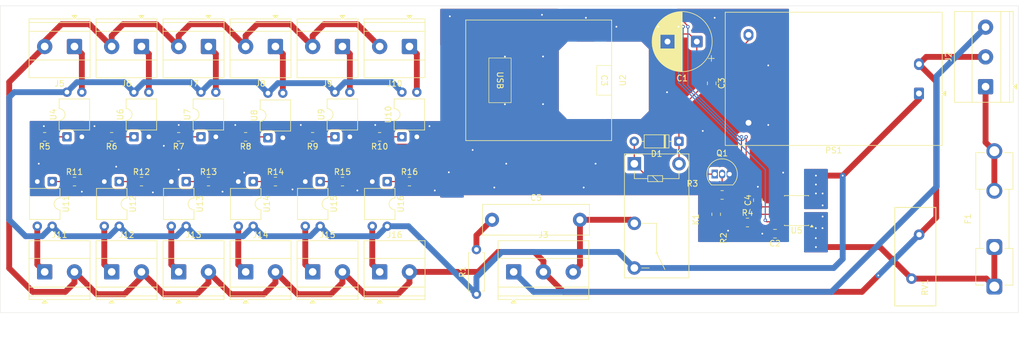
<source format=kicad_pcb>
(kicad_pcb (version 20241229) (generator "pcbnew") (generator_version "9.0")
  (layers (0 "F.Cu" signal) (2 "B.Cu" signal) (13 "F.Paste" user) (15 "B.Paste" user) (5 "F.SilkS" user "F.Silkscreen") (7 "B.SilkS" user "B.Silkscreen") (1 "F.Mask" user) (3 "B.Mask" user) (25 "Edge.Cuts" user))
  (net 0 "")
  (net 1 "GND")
  (net 2 "+5V")
  (net 3 "Net-(U5-FILTER)")
  (net 4 "POWER_L_MOTOR")
  (net 5 "Net-(D1-A)")
  (net 6 "POWER_L_MON")
  (net 7 "POWER_PE")
  (net 8 "POWER_L")
  (net 9 "POWER_N")
  (net 10 "/ETA_MATRIX/ETA1/POWER_L_ETA")
  (net 11 "/ETA_MATRIX/ETA2/POWER_L_ETA")
  (net 12 "/ETA_MATRIX/ETA3/POWER_L_ETA")
  (net 13 "/ETA_MATRIX/ETA4/POWER_L_ETA")
  (net 14 "/ETA_MATRIX/ETA5/POWER_L_ETA")
  (net 15 "/ETA_MATRIX/ETA6/POWER_L_ETA")
  (net 16 "/ETA_MATRIX/ETA7/POWER_L_ETA")
  (net 17 "/ETA_MATRIX/ETA8/POWER_L_ETA")
  (net 18 "/ETA_MATRIX/ETA9/POWER_L_ETA")
  (net 19 "/ETA_MATRIX/ETA10/POWER_L_ETA")
  (net 20 "/ETA_MATRIX/ETA11/POWER_L_ETA")
  (net 21 "/ETA_MATRIX/ETA12/POWER_L_ETA")
  (net 22 "Net-(Q1-B)")
  (net 23 "MOTOR_CTRL")
  (net 24 "ETA_L1")
  (net 25 "Net-(R5-Pad1)")
  (net 26 "Net-(R6-Pad1)")
  (net 27 "ETA_L2")
  (net 28 "Net-(R7-Pad1)")
  (net 29 "ETA_L3")
  (net 30 "Net-(R8-Pad1)")
  (net 31 "ETA_L4")
  (net 32 "ETA_L5")
  (net 33 "Net-(R9-Pad1)")
  (net 34 "ETA_L6")
  (net 35 "Net-(R10-Pad1)")
  (net 36 "Net-(R11-Pad1)")
  (net 37 "ETA_L7")
  (net 38 "Net-(R12-Pad1)")
  (net 39 "ETA_L8")
  (net 40 "Net-(R13-Pad1)")
  (net 41 "ETA_L9")
  (net 42 "Net-(R14-Pad1)")
  (net 43 "ETA_L10")
  (net 44 "Net-(R15-Pad1)")
  (net 45 "ETA_L11")
  (net 46 "ETA_L12")
  (net 47 "Net-(R16-Pad1)")
  (net 48 "CURRENT_MON")
  (net 51 "+3V3")
  (net 52 "POWER_SNUB_MOTOR")
  (net 53 "POWER_L_UNFUSED")
  (net 58 "Net-(U5-VIOUT)")
  (footprint "Resistor_SMD:R_0805_2012Metric_Pad1.20x1.40mm_HandSolder" (layer "F.Cu") (at 115.714935 95.6865)
    (property "Reference" "R16")
    (property "Value" "2K")
  )
  (footprint "Capacitor_THT:C_Rect_L18.0mm_W5.0mm_P15.00mm_FKS3_FKP3" (layer "F.Cu") (at 129.799935 102.209)
    (property "Reference" "C5")
    (property "Value" "0.1µF")
  )
  (footprint "Relay_THT:Relay_SPST_Omron-G5Q-1A" (layer "F.Cu") (at 154.078935 92.6535 -90)
    (property "Reference" "K1")
    (property "Value" "G5Q-1A")
  )
  (footprint "Custom Footprints:RV_Disc_D16.5mm_W6.7mm_P7.5mm with courtyard" (layer "F.Cu") (at 201.365 112.2465 90)
    (property "Reference" "RV1")
    (property "Value" "Varistor")
  )
  (footprint "Package_SO:SOIC-8_3.9x4.9mm_P1.27mm" (layer "F.Cu") (at 181.754935 100.6395 180)
    (property "Reference" "U5")
    (property "Value" "ACS725LLCTR-10AB-T")
  )
  (footprint "Resistor_SMD:R_0805_2012Metric_Pad1.20x1.40mm_HandSolder" (layer "F.Cu") (at 81.424935 95.6865)
    (property "Reference" "R13")
    (property "Value" "2K")
  )
  (footprint "Resistor_SMD:R_0805_2012Metric_Pad1.20x1.40mm_HandSolder" (layer "F.Cu") (at 58.564935 95.6865)
    (property "Reference" "R11")
    (property "Value" "2K")
  )
  (footprint "Resistor_SMD:R_0805_2012Metric_Pad1.20x1.40mm_HandSolder" (layer "F.Cu") (at 173.388935 102.6715)
    (property "Reference" "R4")
    (property "Value" "100")
  )
  (footprint "Package_DIP:DIP-4_W7.62mm" (layer "F.Cu") (at 80.139935 88.055739 90)
    (property "Reference" "U7")
    (property "Value" "AQY214EH")
  )
  (footprint "TerminalBlock_Phoenix:TerminalBlock_Phoenix_MKDS-1,5-2-5.08_1x02_P5.08mm_Horizontal" (layer "F.Cu") (at 58.559935 72.648239 180)
    (property "Reference" "J5")
    (property "Value" "Screw_Terminal_01x02")
  )
  (footprint "Resistor_SMD:R_0805_2012Metric_Pad1.20x1.40mm_HandSolder" (layer "F.Cu") (at 99.194935 88.060739 180)
    (property "Reference" "R9")
    (property "Value" "2K")
  )
  (footprint "Resistor_SMD:R_0805_2012Metric_Pad1.20x1.40mm_HandSolder" (layer "F.Cu") (at 69.994935 95.6865)
    (property "Reference" "R12")
    (property "Value" "2K")
  )
  (footprint "Capacitor_THT:CP_Radial_D10.0mm_P5.00mm" (layer "F.Cu") (at 164.736935 71.8105 180)
    (property "Reference" "C1")
    (property "Value" "1000µF")
  )
  (footprint "Resistor_SMD:R_0805_2012Metric_Pad1.20x1.40mm_HandSolder" (layer "F.Cu") (at 169.054935 97.9725 180)
    (property "Reference" "R3")
    (property "Value" "100K")
  )
  (footprint "Package_DIP:DIP-4_W7.62mm" (layer "F.Cu") (at 66.189935 95.6915 -90)
    (property "Reference" "U12")
    (property "Value" "AQY214EH")
  )
  (footprint "Package_DIP:DIP-4_W7.62mm" (layer "F.Cu") (at 114.429935 88.055739 90)
    (property "Reference" "U10")
    (property "Value" "AQY214EH")
  )
  (footprint "Package_DIP:DIP-4_W7.62mm" (layer "F.Cu") (at 102.999935 88.055739 90)
    (property "Reference" "U9")
    (property "Value" "AQY214EH")
  )
  (footprint "Resistor_THT:R_Axial_DIN0207_L6.3mm_D2.5mm_P7.62mm_Horizontal" (layer "F.Cu") (at 127.139935 114.909 90)
    (property "Reference" "R1")
    (property "Value" "100")
  )
  (footprint "TerminalBlock_Phoenix:TerminalBlock_Phoenix_MKDS-1,5-2-5.08_1x02_P5.08mm_Horizontal" (layer "F.Cu") (at 115.709935 72.648239 180)
    (property "Reference" "J10")
    (property "Value" "Screw_Terminal_01x02")
  )
  (footprint "Package_DIP:DIP-4_W7.62mm" (layer "F.Cu") (at 54.759935 95.6915 -90)
    (property "Reference" "U11")
    (property "Value" "AQY214EH")
  )
  (footprint "Diode_THT:D_DO-35_SOD27_P7.62mm_Horizontal" (layer "F.Cu") (at 161.688935 88.8285 180)
    (property "Reference" "D1")
    (property "Value" "1N4007")
  )
  (footprint "TerminalBlock_Phoenix:TerminalBlock_Phoenix_MKDS-1,5-2-5.08_1x02_P5.08mm_Horizontal" (layer "F.Cu") (at 87.769935 111.099)
    (property "Reference" "J14")
    (property "Value" "Screw_Terminal_01x02")
  )
  (footprint "Resistor_SMD:R_0805_2012Metric_Pad1.20x1.40mm_HandSolder" (layer "F.Cu") (at 104.284935 95.6865)
    (property "Reference" "R15")
    (property "Value" "2K")
  )
  (footprint "Package_DIP:DIP-4_W7.62mm" (layer "F.Cu") (at 100.479935 95.6915 -90)
    (property "Reference" "U15")
    (property "Value" "AQY214EH")
  )
  (footprint "Package_DIP:DIP-4_W7.62mm" (layer "F.Cu") (at 111.909935 95.6915 -90)
    (property "Reference" "U16")
    (property "Value" "AQY214EH")
  )
  (footprint "TerminalBlock_Phoenix:TerminalBlock_Phoenix_MKDS-1,5-2-5.08_1x02_P5.08mm_Horizontal" (layer "F.Cu") (at 76.339935 111.099)
    (property "Reference" "J13")
    (property "Value" "Screw_Terminal_01x02")
  )
  (footprint "TerminalBlock_Phoenix:TerminalBlock_Phoenix_MKDS-1,5-2-5.08_1x02_P5.08mm_Horizontal" (layer "F.Cu") (at 110.629935 111.099)
    (property "Reference" "J16")
    (property "Value" "Screw_Terminal_01x02")
  )
  (footprint "Package_TO_SOT_THT:TO-92_Inline" (layer "F.Cu") (at 167.784935 94.4165)
    (property "Reference" "Q1")
    (property "Value" "BC337")
  )
  (footprint "TerminalBlock_Phoenix:TerminalBlock_Phoenix_MKDS-1,5-2-5.08_1x02_P5.08mm_Horizontal" (layer "F.Cu") (at 53.479935 111.099)
    (property "Reference" "J11")
    (property "Value" "Screw_Terminal_01x02")
  )
  (footprint "TerminalBlock_Phoenix:TerminalBlock_Phoenix_MKDS-1,5-2-5.08_1x02_P5.08mm_Horizontal" (layer "F.Cu") (at 81.419935 72.648239 180)
    (property "Reference" "J7")
    (property "Value" "Screw_Terminal_01x02")
  )
  (footprint "Resistor_SMD:R_0805_2012Metric_Pad1.20x1.40mm_HandSolder" (layer "F.Cu") (at 168.038935 101.2745 -90)
    (property "Reference" "R2")
    (property "Value" "560")
  )
  (footprint "Custom Footprints:Waveshare_ESP32-S3-Tiny_SMD" (layer "F.Cu") (at 148.302935 70.797484 -90)
    (property "Reference" "U2")
    (property "Value" "Waveshare_ESP32-S3-Tiny")
  )
  (footprint "Converter_ACDC:Converter_ACDC_Hi-Link_HLK-PMxx" (layer "F.Cu") (at 202.635658 80.6605 180)
    (property "Reference" "PS1")
    (property "Value" "HLK-PM01")
  )
  (footprint "Resistor_SMD:R_0805_2012Metric_Pad1.20x1.40mm_HandSolder" (layer "F.Cu") (at 76.334935 88.060739 180)
    (property "Reference" "R7")
    (property "Value" "2K")
  )
  (footprint "Capacitor_SMD:C_0805_2012Metric_Pad1.18x1.45mm_HandSolder" (layer "F.Cu") (at 178.071935 104.5765 180)
    (property "Reference" "C2")
    (property "Value" "0.1µF")
  )
  (footprint "TerminalBlock_Phoenix:TerminalBlock_Phoenix_MKDS-1,5-3-5.08_1x03_P5.08mm_Horizontal" (layer "F.Cu") (at 214 79.5 90)
    (property "Reference" "J2")
    (property "Value" "Screw_Terminal_01x03")
  )
  (footprint "TerminalBlock_Phoenix:TerminalBlock_Phoenix_MKDS-1,5-2-5.08_1x02_P5.08mm_Horizontal" (layer "F.Cu") (at 64.909935 111.099)
    (property "Reference" "J12")
    (property "Value" "Screw_Terminal_01x02")
  )
  (footprint "TerminalBlock_Phoenix:TerminalBlock_Phoenix_MKDS-1,5-2-5.08_1x02_P5.08mm_Horizontal" (layer "F.Cu") (at 69.989935 72.648239 180)
    (property "Reference" "J6")
    (property "Value" "Screw_Terminal_01x02")
  )
  (footprint "Package_DIP:DIP-4_W7.62mm" (layer "F.Cu") (at 57.279935 88.055739 90)
    (property "Reference" "U4")
    (property "Value" "AQY214EH")
  )
  (footprint "Capacitor_SMD:C_0805_2012Metric_Pad1.18x1.45mm_HandSolder" (layer "F.Cu") (at 167.276935 78.9225 -90)
    (property "Reference" "C3")
    (property "Value" "0.1µF")
  )
  (footprint "TerminalBlock_Phoenix:TerminalBlock_Phoenix_MKDS-1,5-2-5.08_1x02_P5.08mm_Horizontal" (layer "F.Cu") (at 92.844935 72.648239 180)
    (property "Reference" "J8")
    (property "Value" "Screw_Terminal_01x02")
  )
  (footprint "Package_DIP:DIP-4_W7.62mm" (layer "F.Cu") (at 77.619935 95.6915 -90)
    (property "Reference" "U13")
    (property "Value" "AQY214EH")
  )
  (footprint "Resistor_SMD:R_0805_2012Metric_Pad1.20x1.40mm_HandSolder" (layer "F.Cu") (at 110.624935 88.060739 180)
    (property "Reference" "R10")
    (property "Value" "2K")
  )
  (footprint "Package_DIP:DIP-4_W7.62mm" (layer "F.Cu") (at 91.569935 88.223239 90)
    (property "Reference" "U8")
    (property "Value" "AQY214EH")
  )
  (footprint "Package_DIP:DIP-4_W7.62mm" (layer "F.Cu") (at 68.709935 88.055739 90)
    (property "Reference" "U6")
    (property "Value" "AQY214EH")
  )
  (footprint "Resistor_SMD:R_0805_2012Metric_Pad1.20x1.40mm_HandSolder" (layer "F.Cu") (at 92.854935 95.6865)
    (property "Reference" "R14")
    (property "Value" "2K")
  )
  (footprint "Fuse:Fuseholder_Clip-5x20mm_Keystone_3517_Inline_P23.11x6.76mm_D1.70mm_Horizontal" (layer "F.Cu") (at 215.5 113.61 90)
    (property "Reference" "F1")
    (property "Value" "Fuse" (hide yes))
  )
  (footprint "Resistor_SMD:R_0805_2012Metric_Pad1.20x1.40mm_HandSolder" (layer "F.Cu") (at 87.764935 88.060739 180)
    (property "Reference" "R8")
    (property "Value" "2K")
  )
  (footprint "TerminalBlock_Phoenix:TerminalBlock_Phoenix_MKDS-1,5-2-5.08_1x02_P5.08mm_Horizontal" (layer "F.Cu") (at 99.199935 111.099)
    (property "Reference" "J15")
    (property "Value" "Screw_Terminal_01x02")
  )
  (footprint "TerminalBlock_Phoenix:TerminalBlock_Phoenix_MKDS-1,5-3-5.08_1x03_P5.08mm_Horizontal" (layer "F.Cu") (at 133.489935 111.099)
    (property "Reference" "J3")
    (property "Value" "Screw_Terminal_01x03")
  )
  (footprint "Capacitor_SMD:C_0805_2012Metric_Pad1.18x1.45mm_HandSolder" (layer "F.Cu") (at 175.150935 98.8615 90)
    (property "Reference" "C4")
    (property "Value" "1nF")
  )
  (footprint "Package_DIP:DIP-4_W7.62mm" (layer "F.Cu") (at 89.049935 95.6915 -90)
    (property "Reference" "U14")
    (property "Value" "AQY214EH")
  )
  (footprint "TerminalBlock_Phoenix:TerminalBlock_Phoenix_MKDS-1,5-2-5.08_1x02_P5.08mm_Horizontal" (layer "F.Cu") (at 104.279935 72.648239 180)
    (property "Reference" "J9")
    (property "Value" "Screw_Terminal_01x02")
  )
  (footprint "Resistor_SMD:R_0805_2012Metric_Pad1.20x1.40mm_HandSolder" (layer "F.Cu") (at 53.474935 88.060739 180)
    (property "Reference" "R5")
    (property "Value" "2K")
  )
  (footprint "Resistor_SMD:R_0805_2012Metric_Pad1.20x1.40mm_HandSolder" (layer "F.Cu") (at 64.904935 88.060739 180)
    (property "Reference" "R6")
    (property "Value" "2K")
  )
  (gr_rect (start 45.880935 65.7145) (end 219.600935 118.0385) (stroke (width 0.05)) (fill no) (layer "Edge.Cuts"))
  (segment (start 145.813935 67.7465) (end 145.813935 70.746484) (width 0.2) (layer "F.Cu") (net 1))
  (segment (start 145.813935 70.746484) (end 145.762935 70.797484) (width 0.2) (layer "F.Cu") (net 1))
  (via (at 109.872935 86.0345) (size 0.6) (drill 0.3) (layers "F.Cu" "B.Cu") (net 1))
  (via (at 175.150935 96.5755) (size 0.6) (drill 0.3) (layers "F.Cu" "B.Cu") (net 1))
  (via (at 132.224935 92.6385) (size 0.6) (drill 0.3) (layers "F.Cu" "B.Cu") (net 1))
  (via (at 159.656935 80.4465) (size 0.6) (drill 0.3) (layers "F.Cu" "B.Cu") (net 1))
  (via (at 138.5 74.3505) (size 0.6) (drill 0.3) (layers "F.Cu" "B.Cu") (net 1))
  (via (at 119.126 86.233) (size 0.6) (drill 0.3) (layers "F.Cu" "B.Cu") (net 1))
  (via (at 138.5 82.4785) (size 0.6) (drill 0.3) (layers "F.Cu" "B.Cu") (net 1))
  (via (at 52.468935 92.6385) (size 0.6) (drill 0.3) (layers "F.Cu" "B.Cu") (net 1))
  (via (at 106.824935 97.2105) (size 0.6) (drill 0.3) (layers "F.Cu" "B.Cu") (net 1))
  (via (at 61.976 86.233) (size 0.6) (drill 0.3) (layers "F.Cu" "B.Cu") (net 1))
  (via (at 179.468935 94.1625) (size 0.6) (drill 0.3) (layers "F.Cu" "B.Cu") (net 1))
  (via (at 120.032935 97.2105) (size 0.6) (drill 0.3) (layers "F.Cu" "B.Cu") (net 1))
  (via (at 138.320935 67.2385) (size 0.6) (drill 0.3) (layers "F.Cu" "B.Cu") (net 1))
  (via (at 132 82.5) (size 0.6) (drill 0.3) (layers "F.Cu" "B.Cu") (net 1))
  (via (at 76.344935 86.0345) (size 0.6) (drill 0.3) (layers "F.Cu" "B.Cu") (net 1))
  (via (at 76.344935 93.6545) (size 0.6) (drill 0.3) (layers "F.Cu" "B.Cu") (net 1))
  (via (at 73.804935 89.5905) (size 0.6) (drill 0.3) (layers "F.Cu" "B.Cu") (net 1))
  (via (at 85.996935 86.0345) (size 0.6) (drill 0.3) (layers "F.Cu" "B.Cu") (net 1))
  (via (at 71.940867 97.535357) (size 0.6) (drill 0.3) (layers "F.Cu" "B.Cu") (net 1))
  (via (at 126.492 90.297) (size 0.6) (drill 0.3) (layers "F.Cu" "B.Cu") (net 1))
  (via (at 53.34 86.233) (size 0.6) (drill 0.3) (layers "F.Cu" "B.Cu") (net 1))
  (via (at 65.676935 93.1465) (size 0.6) (drill 0.3) (layers "F.Cu" "B.Cu") (net 1))
  (via (at 97.172935 86.0345) (size 0.6) (drill 0.3) (layers "F.Cu" "B.Cu") (net 1))
  (via (at 130.192935 96.7025) (size 0.6) (drill 0.3) (layers "F.Cu" "B.Cu") (net 1))
  (via (at 122.428 94.107) (size 0.6) (drill 0.3) (layers "F.Cu" "B.Cu") (net 1))
  (via (at 165.752935 87.0505) (size 0.6) (drill 0.3) (layers "F.Cu" "B.Cu") (net 1))
  (via (at 158.132935 69.2705) (size 0.6) (drill 0.3) (layers "F.Cu" "B.Cu") (net 1))
  (via (at 59.817 97.409) (size 0.6) (drill 0.3) (layers "F.Cu" "B.Cu") (net 1))
  (via (at 175.912935 104.5765) (size 0.6) (drill 0.3) (layers "F.Cu" "B.Cu") (net 1))
  (via (at 83.82 97.409) (size 0.6) (drill 0.3) (layers "F.Cu" "B.Cu") (net 1))
  (via (at 122.6 67.5) (size 0.6) (drill 0.3) (layers "F.Cu" "B.Cu") (net 1))
  (via (at 167.784935 67.7465) (size 0.6) (drill 0.3) (layers "F.Cu" "B.Cu") (net 1))
  (via (at 170.070935 104.0685) (size 0.6) (drill 0.3) (layers "F.Cu" "B.Cu") (net 1))
  (via (at 95.758 97.028) (size 0.6) (drill 0.3) (layers "F.Cu" "B.Cu") (net 1))
  (via (at 132 74.372) (size 0.6) (drill 0.3) (layers "F.Cu" "B.Cu") (net 1))
  (via (at 176.928935 86.0345) (size 0.6) (drill 0.3) (layers "F.Cu" "B.Cu") (net 1))
  (via (at 147.464935 92.6385) (size 0.6) (drill 0.3) (layers "F.Cu" "B.Cu") (net 1))
  (via (at 87.520935 94.1625) (size 0.6) (drill 0.3) (layers "F.Cu" "B.Cu") (net 1))
  (via (at 151.020935 69.2705) (size 0.6) (drill 0.3) (layers "F.Cu" "B.Cu") (net 1))
  (via (at 145.813935 67.7465) (size 0.6) (drill 0.3) (layers "F.Cu" "B.Cu") (net 1))
  (via (at 176.928935 75.8745) (size 0.6) (drill 0.3) (layers "F.Cu" "B.Cu") (net 1))
  (via (at 145.432935 96.7025) (size 0.6) (drill 0.3) (layers "F.Cu" "B.Cu") (net 1))
  (segment (start 176.554935 85.6605) (end 176.928935 86.0345) (width 0.2) (layer "B.Cu") (net 1))
  (segment (start 173.555658 85.6605) (end 176.554935 85.6605) (width 0.2) (layer "B.Cu") (net 1))
  (segment (start 173.555658 70.6605) (end 173.506935 70.6605) (width 0.2) (layer "F.Cu") (net 2))
  (segment (start 173.555658 70.6605) (end 173.555658 71.606277) (width 0.2) (layer "F.Cu") (net 2))
  (segment (start 161.688935 88.8285) (end 161.688935 83.473) (width 0.2) (layer "F.Cu") (net 2))
  (segment (start 164.736935 75.345) (end 167.276935 77.885) (width 0.2) (layer "F.Cu") (net 2))
  (segment (start 161.698935 92.6535) (end 161.698935 88.8385) (width 0.2) (layer "F.Cu") (net 2))
  (segment (start 148.302935 70.797484) (end 148.590919 70.5095) (width 0.2) (layer "F.Cu") (net 2))
  (segment (start 161.698935 88.8385) (end 161.688935 88.8285) (width 0.2) (layer "F.Cu") (net 2))
  (segment (start 148.590919 70.5095) (end 163.435935 70.5095) (width 0.2) (layer "F.Cu") (net 2))
  (segment (start 164.736935 71.8105) (end 164.736935 75.345) (width 0.2) (layer "F.Cu") (net 2))
  (segment (start 163.435935 70.5095) (end 164.736935 71.8105) (width 0.2) (layer "F.Cu") (net 2))
  (segment (start 161.688935 83.473) (end 167.276935 77.885) (width 0.2) (layer "F.Cu") (net 2))
  (segment (start 173.555658 71.606277) (end 167.276935 77.885) (width 0.2) (layer "F.Cu") (net 2))
  (segment (start 175.256435 100.0045) (end 175.150935 99.899) (width 0.2) (layer "F.Cu") (net 3))
  (segment (start 179.279935 100.0045) (end 175.256435 100.0045) (width 0.2) (layer "F.Cu") (net 3))
  (segment (start 144.799935 109.949) (end 143.649935 111.099) (width 1) (layer "F.Cu") (net 4))
  (segment (start 144.799935 102.209) (end 153.474435 102.209) (width 1) (layer "F.Cu") (net 4))
  (segment (start 153.474435 102.209) (end 154.078935 102.8135) (width 1) (layer "F.Cu") (net 4))
  (segment (start 144.799935 102.209) (end 144.799935 109.949) (width 1) (layer "F.Cu") (net 4))
  (segment (start 154.068935 92.6435) (end 154.078935 92.6535) (width 0.2) (layer "F.Cu") (net 5))
  (segment (start 154.068935 88.8285) (end 154.068935 92.6435) (width 0.2) (layer "F.Cu") (net 5))
  (segment (start 154.078935 92.6535) (end 155.841935 94.4165) (width 0.2) (layer "F.Cu") (net 5))
  (segment (start 155.841935 94.4165) (end 167.784935 94.4165) (width 0.2) (layer "F.Cu") (net 5))
  (segment (start 202.635658 81.663777) (end 189.628935 94.6705) (width 1) (layer "F.Cu") (net 6))
  (segment (start 185.056935 94.6705) (end 189.628935 94.6705) (width 1) (layer "F.Cu") (net 6))
  (segment (start 202.635658 80.6605) (end 202.635658 81.663777) (width 1) (layer "F.Cu") (net 6))
  (via (at 185.056935 96.1945) (size 0.6) (drill 0.3) (layers "F.Cu" "B.Cu") (net 6))
  (via (at 189.628935 94.6705) (size 0.6) (drill 0.3) (layers "F.Cu" "B.Cu") (net 6))
  (via (at 185.056935 94.6705) (size 0.6) (drill 0.3) (layers "F.Cu" "B.Cu") (net 6))
  (via (at 185.056935 97.7185) (size 0.6) (drill 0.3) (layers "F.Cu" "B.Cu") (net 6))
  (via (at 186.199935 99.7505) (size 0.6) (drill 0.3) (layers "F.Cu" "B.Cu") (net 6))
  (via (at 186.199935 97.7185) (size 0.6) (drill 0.3) (layers "F.Cu" "B.Cu") (net 6))
  (segment (start 64.488935 105.0125) (end 56.460935 105.0125) (width 1) (layer "B.Cu") (net 6))
  (segment (start 47.426 81.298978) (end 47.426 102.214022) (width 1) (layer "B.Cu") (net 6))
  (segment (start 90.750935 105.0125) (end 89.049935 103.3115) (width 1) (layer "B.Cu") (net 6))
  (segment (start 127.139935 114.909) (end 115.542435 103.3115) (width 1) (layer "B.Cu") (net 6))
  (segment (start 189.628935 94.6705) (end 189.628935 108.8945) (width 1) (layer "B.Cu") (net 6))
  (segment (start 57.279935 80.435739) (end 58.980935 78.734739) (width 1) (layer "B.Cu") (net 6))
  (segment (start 57.279935 80.435739) (end 48.289239 80.435739) (width 1) (layer "B.Cu") (net 6))
  (segment (start 131.459191 107.698) (end 127.139935 112.017256) (width 1) (layer "B.Cu") (net 6))
  (segment (start 127.139935 112.017256) (end 127.139935 114.909) (width 1) (layer "B.Cu") (net 6))
  (segment (start 67.890935 105.0125) (end 66.189935 103.3115) (width 1) (layer "B.Cu") (net 6))
  (segment (start 50.224478 105.0125) (end 53.058935 105.0125) (width 1) (layer "B.Cu") (net 6))
  (segment (start 58.980935 78.734739) (end 67.008935 78.734739) (width 1) (layer "B.Cu") (net 6))
  (segment (start 100.479935 103.3115) (end 98.778935 105.0125) (width 1) (layer "B.Cu") (net 6))
  (segment (start 75.918935 105.0125) (end 67.890935 105.0125) (width 1) (layer "B.Cu") (net 6))
  (segment (start 91.569935 80.603239) (end 93.270935 78.902239) (width 1) (layer "B.Cu") (net 6))
  (segment (start 101.466435 78.902239) (end 102.999935 80.435739) (width 1) (layer "B.Cu") (net 6))
  (segment (start 102.180935 105.0125) (end 100.479935 103.3115) (width 1) (layer "B.Cu") (net 6))
  (segment (start 80.139935 80.435739) (end 81.840935 78.734739) (width 1) (layer "B.Cu") (net 6))
  (segment (start 77.619935 103.3115) (end 75.918935 105.0125) (width 1) (layer "B.Cu") (net 6))
  (segment (start 89.049935 103.3115) (end 87.348935 105.0125) (width 1) (layer "B.Cu") (net 6))
  (segment (start 53.058935 105.0125) (end 54.759935 103.3115) (width 1) (layer "B.Cu") (net 6))
  (segment (start 154.078935 110.4335) (end 151.343435 107.698) (width 1) (layer "B.Cu") (net 6))
  (segment (start 188.089935 110.4335) (end 154.078935 110.4335) (width 1) (layer "B.Cu") (net 6))
  (segment (start 79.320935 105.0125) (end 77.619935 103.3115) (width 1) (layer "B.Cu") (net 6))
  (segment (start 151.343435 107.698) (end 131.459191 107.698) (width 1) (layer "B.Cu") (net 6))
  (segment (start 66.189935 103.3115) (end 64.488935 105.0125) (width 1) (layer "B.Cu") (net 6))
  (segment (start 89.701435 78.734739) (end 91.569935 80.603239) (width 1) (layer "B.Cu") (net 6))
  (segment (start 48.289239 80.435739) (end 47.426 81.298978) (width 1) (layer "B.Cu") (net 6))
  (segment (start 67.008935 78.734739) (end 68.709935 80.435739) (width 1) (layer "B.Cu") (net 6))
  (segment (start 104.700935 78.734739) (end 112.728935 78.734739) (width 1) (layer "B.Cu") (net 6))
  (segment (start 81.840935 78.734739) (end 89.701435 78.734739) (width 1) (layer "B.Cu") (net 6))
  (segment (start 98.778935 105.0125) (end 90.750935 105.0125) (width 1) (layer "B.Cu") (net 6))
  (segment (start 110.208935 105.0125) (end 102.180935 105.0125) (width 1) (layer "B.Cu") (net 6))
  (segment (start 189.628935 108.8945) (end 188.089935 110.4335) (width 1) (layer "B.Cu") (net 6))
  (segment (start 47.426 102.214022) (end 50.224478 105.0125) (width 1) (layer "B.Cu") (net 6))
  (segment (start 102.999935 80.435739) (end 104.700935 78.734739) (width 1) (layer "B.Cu") (net 6))
  (segment (start 115.542435 103.3115) (end 111.909935 103.3115) (width 1) (layer "B.Cu") (net 6))
  (segment (start 70.410935 78.734739) (end 78.438935 78.734739) (width 1) (layer "B.Cu") (net 6))
  (segment (start 68.709935 80.435739) (end 70.410935 78.734739) (width 1) (layer "B.Cu") (net 6))
  (segment (start 78.438935 78.734739) (end 80.139935 80.435739) (width 1) (layer "B.Cu") (net 6))
  (segment (start 87.348935 105.0125) (end 79.320935 105.0125) (width 1) (layer "B.Cu") (net 6))
  (segment (start 56.460935 105.0125) (end 54.759935 103.3115) (width 1) (layer "B.Cu") (net 6))
  (segment (start 112.728935 78.734739) (end 114.429935 80.435739) (width 1) (layer "B.Cu") (net 6))
  (segment (start 93.270935 78.902239) (end 101.466435 78.902239) (width 1) (layer "B.Cu") (net 6))
  (segment (start 111.909935 103.3115) (end 110.208935 105.0125) (width 1) (layer "B.Cu") (net 6))
  (segment (start 187.701804 114.5) (end 136.890935 114.5) (width 1) (layer "B.Cu") (net 7))
  (segment (start 205.666 96.535804) (end 187.701804 114.5) (width 1) (layer "B.Cu") (net 7))
  (segment (start 205.666 77.674) (end 205.666 96.535804) (width 1) (layer "B.Cu") (net 7))
  (segment (start 136.890935 114.5) (end 133.489935 111.099) (width 1) (layer "B.Cu") (net 7))
  (segment (start 214 69.34) (end 205.666 77.674) (width 1) (layer "B.Cu") (net 7))
  (segment (start 214.1365 112.2465) (end 215.5 113.61) (width 1) (layer "F.Cu") (net 8))
  (segment (start 185.056935 106.8625) (end 195.981 106.8625) (width 1) (layer "F.Cu") (net 8))
  (segment (start 215.5 106.85) (end 215.5 113.61) (width 1) (layer "F.Cu") (net 8))
  (segment (start 195.981 106.8625) (end 201.365 112.2465) (width 1) (layer "F.Cu") (net 8))
  (segment (start 201.365 112.2465) (end 214.1365 112.2465) (width 1) (layer "F.Cu") (net 8))
  (via (at 185.039 103.632) (size 0.6) (drill 0.3) (layers "F.Cu" "B.Cu") (net 8))
  (via (at 185.056935 106.8625) (size 0.6) (drill 0.3) (layers "F.Cu" "B.Cu") (net 8))
  (via (at 186.199935 101.6555) (size 0.6) (drill 0.3) (layers "F.Cu" "B.Cu") (net 8))
  (via (at 186.182 103.632) (size 0.6) (drill 0.3) (layers "F.Cu" "B.Cu") (net 8))
  (via (at 185.039 105.3385) (size 0.6) (drill 0.3) (layers "F.Cu" "B.Cu") (net 8))
  (segment (start 205.586658 101.824842) (end 202.665 104.7465) (width 1) (layer "F.Cu") (net 9))
  (segment (start 62.360935 114.9) (end 67.106365 114.9) (width 1) (layer "F.Cu") (net 9))
  (segment (start 69.989935 112.01643) (end 69.989935 111.099) (width 1) (layer "F.Cu") (net 9))
  (segment (start 76.339935 70.809762) (end 76.339935 72.648239) (width 1) (layer "F.Cu") (net 9))
  (segment (start 53.479935 72.648239) (end 53.479935 71.730809) (width 1) (layer "F.Cu") (net 9))
  (segment (start 78.302458 68.847239) (end 76.339935 70.809762) (width 1) (layer "F.Cu") (net 9))
  (segment (start 115.709935 112.937477) (end 115.709935 111.099) (width 1) (layer "F.Cu") (net 9))
  (segment (start 83.963935 68.847239) (end 78.302458 68.847239) (width 1) (layer "F.Cu") (net 9))
  (segment (start 195.70575 111.70575) (end 192.9115 114.5) (width 1) (layer "F.Cu") (net 9))
  (segment (start 102.317412 114.9) (end 104.279935 112.937477) (width 1) (layer "F.Cu") (net 9))
  (segment (start 127.432569 111.099) (end 115.709935 111.099) (width 1) (layer "F.Cu") (net 9))
  (segment (start 130.833569 107.698) (end 127.432569 111.099) (width 1) (layer "F.Cu") (net 9))
  (segment (start 92.849935 111.099) (end 96.650935 114.9) (width 1) (layer "F.Cu") (net 9))
  (segment (start 141.970935 114.5) (end 138.569935 111.099) (width 1) (layer "F.Cu") (net 9))
  (segment (start 81.419935 111.099) (end 85.220935 114.9) (width 1) (layer "F.Cu") (net 9))
  (segment (start 87.764935 72.648239) (end 87.764935 70.809762) (width 1) (layer "F.Cu") (net 9))
  (segment (start 64.909935 72.648239) (end 64.909935 70.809762) (width 1) (layer "F.Cu") (net 9))
  (segment (start 56.997412 114.5) (end 51.449191 114.5) (width 1) (layer "F.Cu") (net 9))
  (segment (start 72.538935 68.847239) (end 76.339935 72.648239) (width 1) (layer "F.Cu") (net 9))
  (segment (start 205.586658 78.6115) (end 205.586658 101.824842) (width 1) (layer "F.Cu") (net 9))
  (segment (start 89.727458 68.847239) (end 95.398935 68.847239) (width 1) (layer "F.Cu") (net 9))
  (segment (start 99.199935 72.648239) (end 99.199935 70.809762) (width 1) (layer "F.Cu") (net 9))
  (segment (start 113.747412 114.9) (end 115.709935 112.937477) (width 1) (layer "F.Cu") (net 9))
  (segment (start 58.559935 111.099) (end 58.559935 112.937477) (width 1) (layer "F.Cu") (net 9))
  (segment (start 58.559935 112.937477) (end 56.997412 114.5) (width 1) (layer "F.Cu") (net 9))
  (segment (start 53.479935 71.730809) (end 56.363505 68.847239) (width 1) (layer "F.Cu") (net 9))
  (segment (start 95.398935 68.847239) (end 99.199935 72.648239) (width 1) (layer "F.Cu") (net 9))
  (segment (start 61.108935 68.847239) (end 64.909935 72.648239) (width 1) (layer "F.Cu") (net 9))
  (segment (start 104.279935 112.937477) (end 104.279935 111.099) (width 1) (layer "F.Cu") (net 9))
  (segment (start 69.989935 111.099) (end 73.790935 114.9) (width 1) (layer "F.Cu") (net 9))
  (segment (start 81.419935 112.937477) (end 81.419935 111.099) (width 1) (layer "F.Cu") (net 9))
  (segment (start 137.007412 107.698) (end 130.833569 107.698) (width 1) (layer "F.Cu") (net 9))
  (segment (start 56.363505 68.847239) (end 61.108935 68.847239) (width 1) (layer "F.Cu") (net 9))
  (segment (start 87.764935 70.809762) (end 89.727458 68.847239) (width 1) (layer "F.Cu") (net 9))
  (segment (start 51.449191 114.5) (end 47.426 110.476809) (width 1) (layer "F.Cu") (net 9))
  (segment (start 203.876158 74.42) (end 202.635658 75.6605) (width 1) (layer "F.Cu") (net 9))
  (segment (start 47.426 110.476809) (end 47.426 78.702174) (width 1) (layer "F.Cu") (net 9))
  (segment (start 87.764935 72.648239) (end 83.963935 68.847239) (width 1) (layer "F.Cu") (net 9))
  (segment (start 138.569935 109.260523) (end 137.007412 107.698) (width 1) (layer "F.Cu") (net 9))
  (segment (start 99.199935 70.809762) (end 101.162458 68.847239) (width 1) (layer "F.Cu") (net 9))
  (segment (start 67.106365 114.9) (end 69.989935 112.01643) (width 1) (layer "F.Cu") (net 9))
  (segment (start 92.849935 112.937477) (end 92.849935 111.099) (width 1) (layer "F.Cu") (net 9))
  (segment (start 108.080935 114.9) (end 113.747412 114.9) (width 1) (layer "F.Cu") (net 9))
  (segment (start 58.559935 111.099) (end 62.360935 114.9) (width 1) (layer "F.Cu") (net 9))
  (segment (start 64.909935 70.809762) (end 66.872458 68.847239) (width 1) (layer "F.Cu") (net 9))
  (segment (start 96.650935 114.9) (end 102.317412 114.9) (width 1) (layer "F.Cu") (net 9))
  (segment (start 66.872458 68.847239) (end 72.538935 68.847239) (width 1) (layer "F.Cu") (net 9))
  (segment (start 101.162458 68.847239) (end 106.828935 68.847239) (width 1) (layer "F.Cu") (net 9))
  (segment (start 214 74.42) (end 203.876158 74.42) (width 1) (layer "F.Cu") (net 9))
  (segment (start 104.279935 111.099) (end 108.080935 114.9) (width 1) (layer "F.Cu") (net 9))
  (segment (start 138.569935 111.099) (end 138.569935 109.260523) (width 1) (layer "F.Cu") (net 9))
  (segment (start 90.887412 114.9) (end 92.849935 112.937477) (width 1) (layer "F.Cu") (net 9))
  (segment (start 47.426 78.702174) (end 53.479935 72.648239) (width 1) (layer "F.Cu") (net 9))
  (segment (start 85.220935 114.9) (end 90.887412 114.9) (width 1) (layer "F.Cu") (net 9))
  (segment (start 79.457412 114.9) (end 81.419935 112.937477) (width 1) (layer "F.Cu") (net 9))
  (segment (start 106.828935 68.847239) (end 110.629935 72.648239) (width 1) (layer "F.Cu") (net 9))
  (segment (start 192.9115 114.5) (end 141.970935 114.5) (width 1) (layer "F.Cu") (net 9))
  (segment (start 202.635658 75.6605) (end 205.586658 78.6115) (width 1) (layer "F.Cu") (net 9))
  (segment (start 73.790935 114.9) (end 79.457412 114.9) (width 1) (layer "F.Cu") (net 9))
  (via (at 195.70575 111.70575) (size 0.6) (drill 0.3) (layers "F.Cu" "B.Cu") (net 9))
  (segment (start 202.665 104.7465) (end 195.70575 111.70575) (width 1) (layer "B.Cu") (net 9))
  (segment (start 59.819935 80.435739) (end 59.819935 73.908239) (width 1) (layer "F.Cu") (net 10))
  (segment (start 59.819935 73.908239) (end 58.559935 72.648239) (width 1) (layer "F.Cu") (net 10))
  (segment (start 71.249935 80.435739) (end 71.249935 73.908239) (width 1) (layer "F.Cu") (net 11))
  (segment (start 71.249935 73.908239) (end 69.989935 72.648239) (width 1) (layer "F.Cu") (net 11))
  (segment (start 82.679935 73.908239) (end 81.419935 72.648239) (width 1) (layer "F.Cu") (net 12))
  (segment (start 82.679935 80.435739) (end 82.679935 73.908239) (width 1) (layer "F.Cu") (net 12))
  (segment (start 94.109935 73.913239) (end 92.844935 72.648239) (width 1) (layer "F.Cu") (net 13))
  (segment (start 94.109935 80.603239) (end 94.109935 73.913239) (width 1) (layer "F.Cu") (net 13))
  (segment (start 105.539935 73.908239) (end 104.279935 72.648239) (width 1) (layer "F.Cu") (net 14))
  (segment (start 105.539935 80.435739) (end 105.539935 73.908239) (width 1) (layer "F.Cu") (net 14))
  (segment (start 116.969935 80.435739) (end 116.969935 73.908239) (width 1) (layer "F.Cu") (net 15))
  (segment (start 116.969935 73.908239) (end 115.709935 72.648239) (width 1) (layer "F.Cu") (net 15))
  (segment (start 52.219935 103.3115) (end 52.219935 109.839) (width 1) (layer "F.Cu") (net 16))
  (segment (start 52.219935 109.839) (end 53.479935 111.099) (width 1) (layer "F.Cu") (net 16))
  (segment (start 63.649935 109.839) (end 64.909935 111.099) (width 1) (layer "F.Cu") (net 17))
  (segment (start 63.649935 103.3115) (end 63.649935 109.839) (width 1) (layer "F.Cu") (net 17))
  (segment (start 75.079935 109.839) (end 76.339935 111.099) (width 1) (layer "F.Cu") (net 18))
  (segment (start 75.079935 103.3115) (end 75.079935 109.839) (width 1) (layer "F.Cu") (net 18))
  (segment (start 86.509935 109.839) (end 87.769935 111.099) (width 1) (layer "F.Cu") (net 19))
  (segment (start 86.509935 103.3115) (end 86.509935 109.839) (width 1) (layer "F.Cu") (net 19))
  (segment (start 97.939935 103.3115) (end 97.939935 109.839) (width 1) (layer "F.Cu") (net 20))
  (segment (start 97.939935 109.839) (end 99.199935 111.099) (width 1) (layer "F.Cu") (net 20))
  (segment (start 109.369935 103.3115) (end 109.369935 109.839) (width 1) (layer "F.Cu") (net 21))
  (segment (start 109.369935 109.839) (end 110.629935 111.099) (width 1) (layer "F.Cu") (net 21))
  (segment (start 169.054935 94.4165) (end 169.054935 95.6865) (width 0.2) (layer "F.Cu") (net 22))
  (segment (start 168.038935 100.2745) (end 168.038935 97.9885) (width 0.2) (layer "F.Cu") (net 22))
  (segment (start 168.038935 97.9885) (end 168.054935 97.9725) (width 0.2) (layer "F.Cu") (net 22))
  (segment (start 169.054935 95.6865) (end 168.054935 96.6865) (width 0.2) (layer "F.Cu") (net 22))
  (segment (start 168.054935 96.6865) (end 168.054935 97.9725) (width 0.2) (layer "F.Cu") (net 22))
  (segment (start 172.356935 97.9565) (end 168.038935 102.2745) (width 0.2) (layer "F.Cu") (net 23))
  (segment (start 172.356935 88.0665) (end 172.356935 97.9565) (width 0.2) (layer "F.Cu") (net 23))
  (segment (start 163.212935 69.144554) (end 160.411881 66.3435) (width 0.2) (layer "F.Cu") (net 23))
  (segment (start 163.212935 69.2705) (end 163.212935 69.144554) (width 0.2) (layer "F.Cu") (net 23))
  (segment (start 138.142935 70.180435) (end 138.142935 70.797484) (width 0.2) (layer "F.Cu") (net 23))
  (segment (start 141.97987 66.3435) (end 138.142935 70.180435) (width 0.2) (layer "F.Cu") (net 23))
  (segment (start 160.411881 66.3435) (end 141.97987 66.3435) (width 0.2) (layer "F.Cu") (net 23))
  (via (at 172.356935 88.0665) (size 0.6) (drill 0.3) (layers "F.Cu" "B.Cu") (net 23))
  (via (at 163.212935 69.2705) (size 0.6) (drill 0.3) (layers "F.Cu" "B.Cu") (net 23))
  (segment (start 163.212935 79.3123) (end 171.967135 88.0665) (width 0.2) (layer "B.Cu") (net 23))
  (segment (start 163.212935 69.2705) (end 163.212935 79.3123) (width 0.2) (layer "B.Cu") (net 23))
  (segment (start 171.967135 88.0665) (end 172.356935 88.0665) (width 0.2) (layer "B.Cu") (net 23))
  (segment (start 123.882935 86.7086) (end 119.183035 91.4085) (width 0.2) (layer "F.Cu") (net 24))
  (segment (start 123.882935 77.1045) (end 123.882935 86.7086) (width 0.2) (layer "F.Cu") (net 24))
  (segment (start 127.982935 75.877484) (end 125.109951 75.877484) (width 0.2) (layer "F.Cu") (net 24))
  (segment (start 55.822697 91.4085) (end 55.268816 90.854619) (width 0.2) (layer "F.Cu") (net 24))
  (segment (start 125.109951 75.877484) (end 123.882935 77.1045) (width 0.2) (layer "F.Cu") (net 24))
  (segment (start 119.183035 91.4085) (end 55.822697 91.4085) (width 0.2) (layer "F.Cu") (net 24))
  (segment (start 55.268816 90.854619) (end 55.822696 91.4085) (width 0.2) (layer "F.Cu") (net 24))
  (segment (start 52.474935 88.060739) (end 55.268816 90.854619) (width 0.2) (layer "F.Cu") (net 24))
  (segment (start 57.279935 88.055739) (end 54.479935 88.055739) (width 0.2) (layer "F.Cu") (net 25))
  (segment (start 54.479935 88.055739) (end 54.474935 88.060739) (width 0.2) (layer "F.Cu") (net 25))
  (segment (start 65.909935 88.055739) (end 65.904935 88.060739) (width 0.2) (layer "F.Cu") (net 26))
  (segment (start 68.709935 88.055739) (end 65.909935 88.055739) (width 0.2) (layer "F.Cu") (net 26))
  (segment (start 123.481935 86.5425) (end 123.481935 76.495469) (width 0.2) (layer "F.Cu") (net 27))
  (segment (start 123.481935 76.495469) (end 126.63992 73.337484) (width 0.2) (layer "F.Cu") (net 27))
  (segment (start 119.016935 91.0075) (end 123.481935 86.5425) (width 0.2) (layer "F.Cu") (net 27))
  (segment (start 66.851696 91.0075) (end 63.904935 88.060739) (width 0.2) (layer "F.Cu") (net 27))
  (segment (start 119.016935 91.0075) (end 66.851696 91.0075) (width 0.2) (layer "F.Cu") (net 27))
  (segment (start 126.63992 73.337484) (end 127.982935 73.337484) (width 0.2) (layer "F.Cu") (net 27))
  (segment (start 80.139935 88.055739) (end 77.339935 88.055739) (width 0.2) (layer "F.Cu") (net 28))
  (segment (start 77.339935 88.055739) (end 77.334935 88.060739) (width 0.2) (layer "F.Cu") (net 28))
  (segment (start 123.080935 75.082435) (end 123.080935 84.5105) (width 0.2) (layer "F.Cu") (net 29))
  (segment (start 77.880696 90.6065) (end 118.822035 90.6065) (width 0.2) (layer "F.Cu") (net 29))
  (segment (start 123.080935 84.5105) (end 123.080935 86.3476) (width 0.2) (layer "F.Cu") (net 29))
  (segment (start 123.080935 86.3476) (end 118.822035 90.6065) (width 0.2) (layer "F.Cu") (net 29))
  (segment (start 75.334935 88.060739) (end 77.880696 90.6065) (width 0.2) (layer "F.Cu") (net 29))
  (segment (start 127.365886 70.797484) (end 123.080935 75.082435) (width 0.2) (layer "F.Cu") (net 29))
  (segment (start 127.982935 70.797484) (end 127.365886 70.797484) (width 0.2) (layer "F.Cu") (net 29))
  (segment (start 88.764935 88.060739) (end 91.407435 88.060739) (width 0.2) (layer "F.Cu") (net 30))
  (segment (start 91.407435 88.060739) (end 91.569935 88.223239) (width 0.2) (layer "F.Cu") (net 30))
  (segment (start 118.722935 90.1385) (end 88.842696 90.1385) (width 0.2) (layer "F.Cu") (net 31))
  (segment (start 122.572935 86.2885) (end 118.722935 90.1385) (width 0.2) (layer "F.Cu") (net 31))
  (segment (start 128.438984 68.096484) (end 127.526886 68.096484) (width 0.2) (layer "F.Cu") (net 31))
  (segment (start 130.522935 70.797484) (end 130.522935 70.180435) (width 0.2) (layer "F.Cu") (net 31))
  (segment (start 88.842696 90.1385) (end 86.764935 88.060739) (width 0.2) (layer "F.Cu") (net 31))
  (segment (start 127.526886 68.096484) (end 122.572935 73.050435) (width 0.2) (layer "F.Cu") (net 31))
  (segment (start 130.522935 70.180435) (end 128.438984 68.096484) (width 0.2) (layer "F.Cu") (net 31))
  (segment (start 122.572935 73.050435) (end 122.572935 86.2885) (width 0.2) (layer "F.Cu") (net 31))
  (segment (start 133.062935 70.797484) (end 133.062935 70.180435) (width 0.2) (layer "F.Cu") (net 32))
  (segment (start 99.871696 89.7375) (end 98.194935 88.060739) (width 0.2) (layer "F.Cu") (net 32))
  (segment (start 133.062935 70.180435) (end 130.577984 67.695484) (width 0.2) (layer "F.Cu") (net 32))
  (segment (start 122.064935 86.0936) (end 118.421035 89.7375) (width 0.2) (layer "F.Cu") (net 32))
  (segment (start 127.360786 67.695484) (end 122.064935 72.991335) (width 0.2) (layer "F.Cu") (net 32))
  (segment (start 122.064935 72.991335) (end 122.064935 86.0936) (width 0.2) (layer "F.Cu") (net 32))
  (segment (start 118.421035 89.7375) (end 99.871696 89.7375) (width 0.2) (layer "F.Cu") (net 32))
  (segment (start 130.577984 67.695484) (end 127.360786 67.695484) (width 0.2) (layer "F.Cu") (net 32))
  (segment (start 102.999935 88.055739) (end 100.199935 88.055739) (width 0.2) (layer "F.Cu") (net 33))
  (segment (start 100.199935 88.055739) (end 100.194935 88.060739) (width 0.2) (layer "F.Cu") (net 33))
  (segment (start 110.900696 89.3365) (end 118.254935 89.3365) (width 0.2) (layer "F.Cu") (net 34))
  (segment (start 132.716984 67.294484) (end 135.602935 70.180435) (width 0.2) (layer "F.Cu") (net 34))
  (segment (start 135.602935 70.180435) (end 135.602935 70.797484) (width 0.2) (layer "F.Cu") (net 34))
  (segment (start 121.663935 85.9275) (end 121.663935 72.825235) (width 0.2) (layer "F.Cu") (net 34))
  (segment (start 121.663935 72.825235) (end 127.194686 67.294484) (width 0.2) (layer "F.Cu") (net 34))
  (segment (start 109.624935 88.060739) (end 110.900696 89.3365) (width 0.2) (layer "F.Cu") (net 34))
  (segment (start 118.254935 89.3365) (end 121.663935 85.9275) (width 0.2) (layer "F.Cu") (net 34))
  (segment (start 127.194686 67.294484) (end 132.716984 67.294484) (width 0.2) (layer "F.Cu") (net 34))
  (segment (start 114.429935 88.055739) (end 111.629935 88.055739) (width 0.2) (layer "F.Cu") (net 35))
  (segment (start 111.629935 88.055739) (end 111.624935 88.060739) (width 0.2) (layer "F.Cu") (net 35))
  (segment (start 57.564935 95.6865) (end 54.764935 95.6865) (width 0.2) (layer "F.Cu") (net 36))
  (segment (start 54.764935 95.6865) (end 54.759935 95.6915) (width 0.2) (layer "F.Cu") (net 36))
  (segment (start 63.441935 91.8095) (end 59.564935 95.6865) (width 0.2) (layer "F.Cu") (net 37))
  (segment (start 125.109951 78.417484) (end 124.283935 79.2435) (width 0.2) (layer "F.Cu") (net 37))
  (segment (start 124.283935 79.2435) (end 124.283935 86.8747) (width 0.2) (layer "F.Cu") (net 37))
  (segment (start 127.982935 78.417484) (end 125.109951 78.417484) (width 0.2) (layer "F.Cu") (net 37))
  (segment (start 119.349135 91.8095) (end 63.441935 91.8095) (width 0.2) (layer "F.Cu") (net 37))
  (segment (start 124.283935 86.8747) (end 119.349135 91.8095) (width 0.2) (layer "F.Cu") (net 37))
  (segment (start 68.994935 95.6865) (end 66.194935 95.6865) (width 0.2) (layer "F.Cu") (net 38))
  (segment (start 66.194935 95.6865) (end 66.189935 95.6915) (width 0.2) (layer "F.Cu") (net 38))
  (segment (start 127.982935 80.957484) (end 125.189951 80.957484) (width 0.2) (layer "F.Cu") (net 39))
  (segment (start 124.684935 81.4625) (end 124.684935 87.0408) (width 0.2) (layer "F.Cu") (net 39))
  (segment (start 119.515235 92.2105) (end 74.470935 92.2105) (width 0.2) (layer "F.Cu") (net 39))
  (segment (start 74.470935 92.2105) (end 70.994935 95.6865) (width 0.2) (layer "F.Cu") (net 39))
  (segment (start 125.189951 80.957484) (end 124.684935 81.4625) (width 0.2) (layer "F.Cu") (net 39))
  (segment (start 124.684935 87.0408) (end 119.515235 92.2105) (width 0.2) (layer "F.Cu") (net 39))
  (segment (start 77.624935 95.6865) (end 77.619935 95.6915) (width 0.2) (layer "F.Cu") (net 40))
  (segment (start 80.424935 95.6865) (end 77.624935 95.6865) (width 0.2) (layer "F.Cu") (net 40))
  (segment (start 119.611351 92.681484) (end 127.982935 84.3099) (width 0.2) (layer "F.Cu") (net 41))
  (segment (start 85.429951 92.681484) (end 119.611351 92.681484) (width 0.2) (layer "F.Cu") (net 41))
  (segment (start 82.424935 95.6865) (end 85.429951 92.681484) (width 0.2) (layer "F.Cu") (net 41))
  (segment (start 127.982935 84.3099) (end 127.982935 83.497484) (width 0.2) (layer "F.Cu") (net 41))
  (segment (start 91.854935 95.6865) (end 89.054935 95.6865) (width 0.2) (layer "F.Cu") (net 42))
  (segment (start 89.054935 95.6865) (end 89.049935 95.6915) (width 0.2) (layer "F.Cu") (net 42))
  (segment (start 126.822451 86.037484) (end 119.777451 93.082484) (width 0.2) (layer "F.Cu") (net 43))
  (segment (start 96.458951 93.082484) (end 93.854935 95.6865) (width 0.2) (layer "F.Cu") (net 43))
  (segment (start 119.777451 93.082484) (end 96.458951 93.082484) (width 0.2) (layer "F.Cu") (net 43))
  (segment (start 127.982935 86.037484) (end 126.822451 86.037484) (width 0.2) (layer "F.Cu") (net 43))
  (segment (start 103.284935 95.6865) (end 100.484935 95.6865) (width 0.2) (layer "F.Cu") (net 44))
  (segment (start 100.484935 95.6865) (end 100.479935 95.6915) (width 0.2) (layer "F.Cu") (net 44))
  (segment (start 127.821935 88.738484) (end 128.438984 88.738484) (width 0.2) (layer "F.Cu") (net 45))
  (segment (start 129.083935 87.476484) (end 130.522935 86.037484) (width 0.2) (layer "F.Cu") (net 45))
  (segment (start 127.787419 88.773) (end 127.821935 88.738484) (width 0.2) (layer "F.Cu") (net 45))
  (segment (start 124.654035 88.773) (end 127.787419 88.773) (width 0.2) (layer "F.Cu") (net 45))
  (segment (start 105.284935 95.1945) (end 106.995951 93.483484) (width 0.2) (layer "F.Cu") (net 45))
  (segment (start 130.522935 86.037484) (end 130.522935 86.654533) (width 0.2) (layer "F.Cu") (net 45))
  (segment (start 119.943551 93.483484) (end 124.654035 88.773) (width 0.2) (layer "F.Cu") (net 45))
  (segment (start 128.438984 88.738484) (end 129.083935 88.093533) (width 0.2) (layer "F.Cu") (net 45))
  (segment (start 106.995951 93.483484) (end 119.943551 93.483484) (width 0.2) (layer "F.Cu") (net 45))
  (segment (start 129.083935 88.093533) (end 129.083935 87.476484) (width 0.2) (layer "F.Cu") (net 45))
  (segment (start 105.284935 95.6865) (end 105.284935 95.1945) (width 0.2) (layer "F.Cu") (net 45))
  (segment (start 133.062935 86.037484) (end 133.062935 86.7205) (width 0.2) (layer "F.Cu") (net 46))
  (segment (start 133.062935 86.7205) (end 124.096935 95.6865) (width 0.2) (layer "F.Cu") (net 46))
  (segment (start 124.096935 95.6865) (end 116.714935 95.6865) (width 0.2) (layer "F.Cu") (net 46))
  (segment (start 111.914935 95.6865) (end 111.909935 95.6915) (width 0.2) (layer "F.Cu") (net 47))
  (segment (start 114.714935 95.6865) (end 111.914935 95.6865) (width 0.2) (layer "F.Cu") (net 47))
  (segment (start 144.11887 66.7445) (end 140.682935 70.180435) (width 0.2) (layer "F.Cu") (net 48))
  (segment (start 160.843907 67.575528) (end 160.012879 66.7445) (width 0.2) (layer "F.Cu") (net 48))
  (segment (start 173.156938 101.903497) (end 172.388935 102.6715) (width 0.2) (layer "F.Cu") (net 48))
  (segment (start 162.412932 69.144554) (end 162.412932 69.2705) (width 0.2) (layer "F.Cu") (net 48))
  (segment (start 173.156938 88.0665) (end 173.118935 88.104503) (width 0.2) (layer "F.Cu") (net 48))
  (segment (start 160.843907 67.575528) (end 162.412932 69.144554) (width 0.2) (layer "F.Cu") (net 48))
  (segment (start 160.012879 66.7445) (end 144.11887 66.7445) (width 0.2) (layer "F.Cu") (net 48))
  (segment (start 160.706878 67.4385) (end 160.843907 67.575528) (width 0.2) (layer "F.Cu") (net 48))
  (segment (start 140.682935 70.180435) (end 140.682935 70.797484) (width 0.2) (layer "F.Cu") (net 48))
  (segment (start 173.156938 88.0665) (end 173.156938 101.903497) (width 0.2) (layer "F.Cu") (net 48))
  (segment (start 140.682935 68.9405) (end 140.682935 70.797484) (width 0.2) (layer "F.Cu") (net 48))
  (via (at 173.156938 88.0665) (size 0.6) (drill 0.3) (layers "F.Cu" "B.Cu") (net 48))
  (via (at 162.412932 69.2705) (size 0.6) (drill 0.3) (layers "F.Cu" "B.Cu") (net 48))
  (segment (start 162.412932 79.079397) (end 172.001035 88.6675) (width 0.2) (layer "B.Cu") (net 48))
  (segment (start 172.605878 88.6675) (end 173.156938 88.11644) (width 0.2) (layer "B.Cu") (net 48))
  (segment (start 162.412932 79.079397) (end 162.412932 69.2705) (width 0.2) (layer "B.Cu") (net 48))
  (segment (start 173.156938 88.11644) (end 173.156938 88.0665) (width 0.2) (layer "B.Cu") (net 48))
  (segment (start 172.001035 88.6675) (end 172.605878 88.6675) (width 0.2) (layer "B.Cu") (net 48))
  (segment (start 145.525935 67.1455) (end 143.222935 69.4485) (width 0.2) (layer "F.Cu") (net 51))
  (segment (start 176.674935 102.5445) (end 179.279935 102.5445) (width 0.2) (layer "F.Cu") (net 51))
  (segment (start 176.420935 102.2905) (end 176.674935 102.5445) (width 0.2) (layer "F.Cu") (net 51))
  (segment (start 161.612929 69.194494) (end 159.563935 67.1455) (width 0.2) (layer "F.Cu") (net 51))
  (segment (start 179.279935 104.406) (end 179.109435 104.5765) (width 0.2) (layer "F.Cu") (net 51))
  (segment (start 161.612929 69.2705) (end 161.612929 69.194494) (width 0.2) (layer "F.Cu") (net 51))
  (segment (start 179.279935 102.5445) (end 179.279935 104.406) (width 0.2) (layer "F.Cu") (net 51))
  (segment (start 143.222935 69.4485) (end 143.222935 70.797484) (width 0.2) (layer "F.Cu") (net 51))
  (segment (start 159.563935 67.1455) (end 145.525935 67.1455) (width 0.2) (layer "F.Cu") (net 51))
  (via (at 161.612929 69.2705) (size 0.6) (drill 0.3) (layers "F.Cu" "B.Cu") (net 51))
  (via (at 176.420935 102.2905) (size 0.6) (drill 0.3) (layers "F.Cu" "B.Cu") (net 51))
  (segment (start 176.420935 93.6545) (end 176.420935 102.2905) (width 0.2) (layer "B.Cu") (net 51))
  (segment (start 161.612929 78.846494) (end 176.420935 93.6545) (width 0.2) (layer "B.Cu") (net 51))
  (segment (start 161.612929 69.2705) (end 161.612929 78.846494) (width 0.2) (layer "B.Cu") (net 51))
  (segment (start 127.139935 107.289) (end 127.139935 104.869) (width 1) (layer "F.Cu") (net 52))
  (segment (start 127.139935 104.869) (end 129.799935 102.209) (width 1) (layer "F.Cu") (net 52))
  (segment (start 214 79.5) (end 214 89) (width 1) (layer "F.Cu") (net 53))
  (segment (start 215.5 90.5) (end 215.5 97.26) (width 1) (layer "F.Cu") (net 53))
  (segment (start 214 89) (end 215.5 90.5) (width 1) (layer "F.Cu") (net 53))
  (segment (start 175.785935 101.2745) (end 174.388935 102.6715) (width 0.2) (layer "F.Cu") (net 58))
  (segment (start 179.279935 101.2745) (end 175.785935 101.2745) (width 0.2) (layer "F.Cu") (net 58))
  (zone (net 0) (net_name "") (layers "F.Cu" "B.Cu") (connect_pads yes (clearance 0)) (min_thickness 0.25)
    (keepout (tracks not_allowed) (vias not_allowed) (pads not_allowed) (copperpour not_allowed) (footprints allowed))
    (fill (thermal_gap 0.5) (thermal_bridge_width 0.5))
    (polygon (pts (xy 47.927 102.0065) (xy 47.927 81.5065) (xy 50.927 81.5065) (xy 50.927 102.0065)))
  )
  (zone (net 0) (net_name "") (layers "F.Cu" "B.Cu") (connect_pads yes (clearance 0)) (min_thickness 0.25)
    (keepout (tracks not_allowed) (vias not_allowed) (pads not_allowed) (copperpour not_allowed) (footprints allowed))
    (fill (thermal_gap 0.5) (thermal_bridge_width 0.5))
    (polygon (pts (xy 124.964935 98.0065) (xy 161.964935 98.0065) (xy 161.964935 101.0065) (xy 124.964935 101.0065)))
  )
  (zone (net 0) (net_name "") (layers "F.Cu" "B.Cu") (connect_pads yes (clearance 0)) (min_thickness 0.25)
    (keepout (tracks not_allowed) (vias not_allowed) (pads not_allowed) (copperpour not_allowed) (footprints allowed))
    (fill (thermal_gap 0.5) (thermal_bridge_width 0.5))
    (polygon (pts (xy 180.464935 93.0065) (xy 180.464935 66.0065) (xy 183.464935 66.0065) (xy 183.464935 93.0065)))
  )
  (zone (net 8) (net_name "POWER_L") (layers "F.Cu" "B.Cu") (connect_pads yes (clearance 0.5)) (min_thickness 0.25) (fill yes (thermal_gap 0.5) (thermal_bridge_width 0.5))
    (polygon (pts (xy 183.024935 100.90186) (xy 187.088935 100.90186) (xy 187.088935 107.75986) (xy 183.024935 107.75986)))
  )
  (zone (net 0) (net_name "") (layers "F.Cu" "B.Cu") (connect_pads yes (clearance 0)) (min_thickness 0.25)
    (keepout (tracks not_allowed) (vias not_allowed) (pads not_allowed) (copperpour not_allowed) (footprints allowed))
    (fill (thermal_gap 0.5) (thermal_bridge_width 0.5))
    (polygon (pts (xy 180.464935 109.0065) (xy 180.464935 93.0065) (xy 182.964935 93.0065) (xy 182.964935 109.0065)))
  )
  (zone (net 6) (net_name "POWER_L_MON") (layers "F.Cu" "B.Cu") (connect_pads yes (clearance 0.5)) (min_thickness 0.25) (fill yes (thermal_gap 0.5) (thermal_bridge_width 0.5))
    (polygon (pts (xy 183.024935 93.5275) (xy 187.088935 93.5275) (xy 187.088935 100.3855) (xy 183.024935 100.3855)))
  )
  (zone (net 0) (net_name "") (layers "F.Cu" "B.Cu") (connect_pads yes (clearance 0)) (min_thickness 0.25)
    (keepout (tracks not_allowed) (vias not_allowed) (pads not_allowed) (copperpour not_allowed) (footprints allowed))
    (fill (thermal_gap 0.5) (thermal_bridge_width 0.5))
    (polygon (pts (xy 164.970158 106.0065) (xy 180.470158 106.0065) (xy 180.470158 109.0065) (xy 164.970158 109.0065)))
  )
  (zone (net 0) (net_name "") (layers "F.Cu" "B.Cu") (connect_pads yes (clearance 0)) (min_thickness 0.25)
    (keepout (tracks not_allowed) (vias not_allowed) (pads not_allowed) (copperpour not_allowed) (footprints allowed))
    (fill (thermal_gap 0.5) (thermal_bridge_width 0.5))
    (polygon (pts (xy 50.927 98.169) (xy 120.964935 98.141559) (xy 120.964935 102.030559) (xy 50.927 102.0065)))
  )
  (zone (net 0) (net_name "") (layers "F.Cu" "B.Cu") (connect_pads yes (clearance 0)) (min_thickness 0.25)
    (keepout (tracks not_allowed) (vias not_allowed) (pads not_allowed) (copperpour not_allowed) (footprints allowed))
    (fill (thermal_gap 0.5) (thermal_bridge_width 0.5))
    (polygon (pts (xy 117.964935 82.363358) (xy 117.964935 65.863358) (xy 120.964935 65.863358) (xy 120.964935 82.363358)))
  )
  (zone (net 0) (net_name "") (layers "F.Cu" "B.Cu") (connect_pads yes (clearance 0)) (min_thickness 0.25)
    (keepout (tracks not_allowed) (vias not_allowed) (pads not_allowed) (copperpour not_allowed) (footprints allowed))
    (fill (thermal_gap 0.5) (thermal_bridge_width 0.5))
    (polygon (pts (xy 161.964935 109.0065) (xy 161.964935 98.0065) (xy 164.964935 98.0065) (xy 164.964935 109.0065)))
  )
  (zone (net 1) (net_name "GND") (layers "F.Cu" "B.Cu") (priority 1) (connect_pads yes (clearance 0.5)) (min_thickness 0.25) (fill yes (thermal_gap 0.5) (thermal_bridge_width 0.5))
    (polygon (pts (xy 50.292 83.947) (xy 120.6 83.9) (xy 120.6 65.7) (xy 180.484935 65.7145) (xy 180.484935 106.3545) (xy 164.846 106.3545) (xy 164.846 98.425) (xy 50.292 98.425)))
  )
  (zone (net 0) (net_name "") (layers "F.Cu" "B.Cu") (connect_pads yes (clearance 0)) (min_thickness 0.25)
    (keepout (tracks not_allowed) (vias not_allowed) (pads not_allowed) (copperpour not_allowed) (footprints allowed))
    (fill (thermal_gap 0.5) (thermal_bridge_width 0.5))
    (polygon (pts (xy 50.927 81.5065) (xy 120.964935 81.479059) (xy 120.964935 85.368059) (xy 50.927 85.344)))
  )
)
</source>
